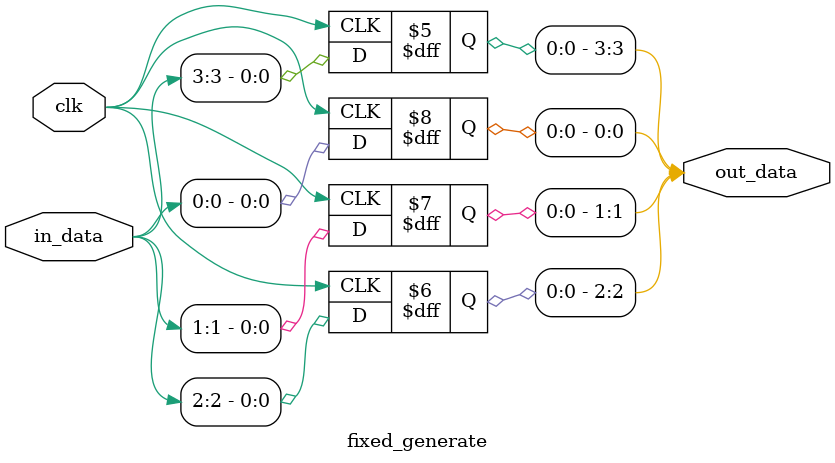
<source format=v>
module fixed_generate (
    input wire clk,
    input wire [3:0] in_data,
    output reg [3:0] out_data // Corrected to reg type
);

    genvar i;
    
    generate
        for (i = 0; i < 4; i = i + 1) begin : loop_label // Added loop label for clarity
            always @(posedge clk) begin
                out_data[i] <= in_data[i]; // Now correctly inside an always block with reg output
            end
        end
    endgenerate

endmodule

</source>
